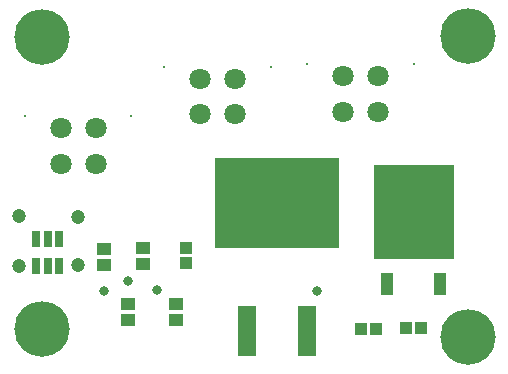
<source format=gts>
G04 Layer_Color=8388736*
%FSLAX44Y44*%
%MOMM*%
G71*
G01*
G75*
%ADD27C,1.2000*%
%ADD28R,0.7080X1.4192*%
%ADD29R,1.1500X1.0000*%
%ADD30R,1.1144X1.0128*%
%ADD31R,10.6000X7.6000*%
%ADD32R,1.6000X4.3500*%
%ADD33R,6.8548X7.9216*%
%ADD34R,1.1398X1.9018*%
%ADD35R,1.0128X1.1144*%
%ADD36C,0.2000*%
%ADD37C,1.8000*%
%ADD38C,4.7000*%
%ADD39C,0.8000*%
D27*
X1411500Y1088000D02*
D03*
X1362000Y1046500D02*
D03*
X1411500Y1047000D02*
D03*
X1362000Y1089000D02*
D03*
D28*
X1376500Y1069430D02*
D03*
X1386000D02*
D03*
X1395500D02*
D03*
Y1046570D02*
D03*
X1386000D02*
D03*
X1376500D02*
D03*
D29*
X1434000Y1060750D02*
D03*
Y1047250D02*
D03*
X1467000Y1048500D02*
D03*
Y1062000D02*
D03*
X1495000Y1014500D02*
D03*
Y1001000D02*
D03*
X1454000D02*
D03*
Y1014500D02*
D03*
D30*
X1503000Y1049000D02*
D03*
Y1061954D02*
D03*
D31*
X1580040Y1100000D02*
D03*
D32*
X1605439Y991000D02*
D03*
X1554639D02*
D03*
D33*
X1696000Y1092000D02*
D03*
D34*
X1718500Y1030913D02*
D03*
X1673500D02*
D03*
D35*
X1664217Y993000D02*
D03*
X1651263D02*
D03*
X1702477Y994000D02*
D03*
X1689523D02*
D03*
D36*
X1575000Y1215000D02*
D03*
X1485000D02*
D03*
X1696000Y1217000D02*
D03*
X1606000D02*
D03*
X1457000Y1173000D02*
D03*
X1367000D02*
D03*
D37*
X1515000Y1175000D02*
D03*
X1545000Y1205000D02*
D03*
X1515000D02*
D03*
X1545000Y1175000D02*
D03*
X1636000Y1177000D02*
D03*
X1666000Y1207000D02*
D03*
X1636000D02*
D03*
X1666000Y1177000D02*
D03*
X1397000Y1133000D02*
D03*
X1427000Y1163000D02*
D03*
X1397000D02*
D03*
X1427000Y1133000D02*
D03*
D38*
X1742000Y986000D02*
D03*
X1381000Y993000D02*
D03*
X1742000Y1241000D02*
D03*
X1381000Y1240000D02*
D03*
D39*
X1614424Y1024890D02*
D03*
X1434000D02*
D03*
X1454000Y1033526D02*
D03*
X1479000Y1026000D02*
D03*
M02*

</source>
